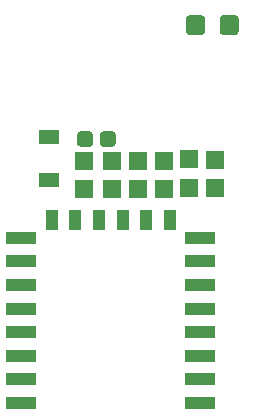
<source format=gbr>
G04 #@! TF.GenerationSoftware,KiCad,Pcbnew,(5.1.9)-1*
G04 #@! TF.CreationDate,2021-03-01T14:18:58+01:00*
G04 #@! TF.ProjectId,button_timer_v1.2.1_lipo[TPL5110],62757474-6f6e-45f7-9469-6d65725f7631,rev?*
G04 #@! TF.SameCoordinates,Original*
G04 #@! TF.FileFunction,Paste,Top*
G04 #@! TF.FilePolarity,Positive*
%FSLAX46Y46*%
G04 Gerber Fmt 4.6, Leading zero omitted, Abs format (unit mm)*
G04 Created by KiCad (PCBNEW (5.1.9)-1) date 2021-03-01 14:18:58*
%MOMM*%
%LPD*%
G01*
G04 APERTURE LIST*
%ADD10R,2.500000X1.000000*%
%ADD11R,1.000000X1.800000*%
%ADD12R,1.500000X1.500000*%
%ADD13R,1.700000X1.300000*%
G04 APERTURE END LIST*
D10*
G04 #@! TO.C,X1*
X118000000Y-93600000D03*
X118000000Y-91600000D03*
X118000000Y-89600000D03*
X118000000Y-87600000D03*
X118000000Y-85600000D03*
X118000000Y-83600000D03*
X118000000Y-81600000D03*
X118000000Y-79600000D03*
D11*
X120600000Y-78100000D03*
X122600000Y-78100000D03*
X124600000Y-78100000D03*
X126600000Y-78100000D03*
X128600000Y-78100000D03*
X130600000Y-78100000D03*
D10*
X133200000Y-79600000D03*
X133200000Y-81600000D03*
X133200000Y-83600000D03*
X133200000Y-85600000D03*
X133200000Y-87600000D03*
X133200000Y-89600000D03*
X133200000Y-91600000D03*
X133200000Y-93600000D03*
G04 #@! TD*
G04 #@! TO.C,D1*
G36*
G01*
X133586000Y-61020000D02*
X133586000Y-62170000D01*
G75*
G02*
X133336000Y-62420000I-250000J0D01*
G01*
X132236000Y-62420000D01*
G75*
G02*
X131986000Y-62170000I0J250000D01*
G01*
X131986000Y-61020000D01*
G75*
G02*
X132236000Y-60770000I250000J0D01*
G01*
X133336000Y-60770000D01*
G75*
G02*
X133586000Y-61020000I0J-250000D01*
G01*
G37*
G36*
G01*
X136436000Y-61020000D02*
X136436000Y-62170000D01*
G75*
G02*
X136186000Y-62420000I-250000J0D01*
G01*
X135086000Y-62420000D01*
G75*
G02*
X134836000Y-62170000I0J250000D01*
G01*
X134836000Y-61020000D01*
G75*
G02*
X135086000Y-60770000I250000J0D01*
G01*
X136186000Y-60770000D01*
G75*
G02*
X136436000Y-61020000I0J-250000D01*
G01*
G37*
G04 #@! TD*
G04 #@! TO.C,D2*
G36*
G01*
X124686500Y-71647001D02*
X124686500Y-70846999D01*
G75*
G02*
X124936499Y-70597000I249999J0D01*
G01*
X125761501Y-70597000D01*
G75*
G02*
X126011500Y-70846999I0J-249999D01*
G01*
X126011500Y-71647001D01*
G75*
G02*
X125761501Y-71897000I-249999J0D01*
G01*
X124936499Y-71897000D01*
G75*
G02*
X124686500Y-71647001I0J249999D01*
G01*
G37*
G36*
G01*
X122761500Y-71647001D02*
X122761500Y-70846999D01*
G75*
G02*
X123011499Y-70597000I249999J0D01*
G01*
X123836501Y-70597000D01*
G75*
G02*
X124086500Y-70846999I0J-249999D01*
G01*
X124086500Y-71647001D01*
G75*
G02*
X123836501Y-71897000I-249999J0D01*
G01*
X123011499Y-71897000D01*
G75*
G02*
X122761500Y-71647001I0J249999D01*
G01*
G37*
G04 #@! TD*
D12*
G04 #@! TO.C,R9*
X130100000Y-75500000D03*
X130100000Y-73100000D03*
G04 #@! TD*
G04 #@! TO.C,R5*
X123300000Y-75500000D03*
X123300000Y-73100000D03*
G04 #@! TD*
G04 #@! TO.C,R4*
X127900000Y-75500000D03*
X127900000Y-73100000D03*
G04 #@! TD*
G04 #@! TO.C,R3*
X132257800Y-75368000D03*
X132257800Y-72968000D03*
G04 #@! TD*
G04 #@! TO.C,R2*
X125700000Y-75500000D03*
X125700000Y-73100000D03*
G04 #@! TD*
G04 #@! TO.C,R1*
X134416800Y-75418800D03*
X134416800Y-73018800D03*
G04 #@! TD*
D13*
G04 #@! TO.C,SW2*
X120396000Y-71048000D03*
X120396000Y-74748000D03*
G04 #@! TD*
M02*

</source>
